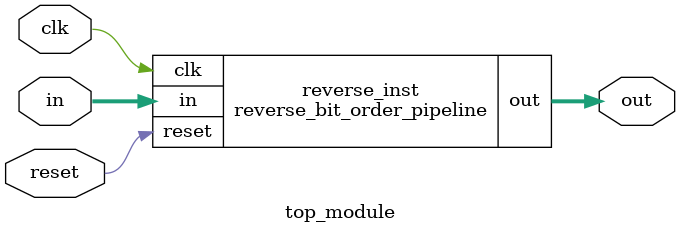
<source format=v>

module reverse_bit_order_pipeline(
    input clk,
    input reset,
    input [7:0] in,
    output [7:0] out
);

// Register to hold the input data
reg [7:0] in_reg;

// Register to hold the reversed output data
reg [7:0] out_reg;

// Pipeline register to hold the reversed data
reg [7:0] out_pipeline_reg;

always @(posedge clk) begin
    // Reset logic
    if (reset) begin
        in_reg <= 8'b0;
        out_reg <= 8'b0;
        out_pipeline_reg <= 8'b0;
    end else begin
        // Store the input data in the register
        in_reg <= in;

        // Reverse the input data and store it in the output register
        out_reg <= {in_reg[7], in_reg[6], in_reg[5], in_reg[4],
                   in_reg[3], in_reg[2], in_reg[1], in_reg[0]};

        // Store the reversed data in the pipeline register
        out_pipeline_reg <= out_reg;
    end
end

// Assign the output to the pipeline register
assign out = out_pipeline_reg;

endmodule

module top_module(
    input clk,
    input reset,
    input [7:0] in,
    output [7:0] out
);

reverse_bit_order_pipeline reverse_inst(
    .clk(clk),
    .reset(reset),
    .in(in),
    .out(out)
);

endmodule

</source>
